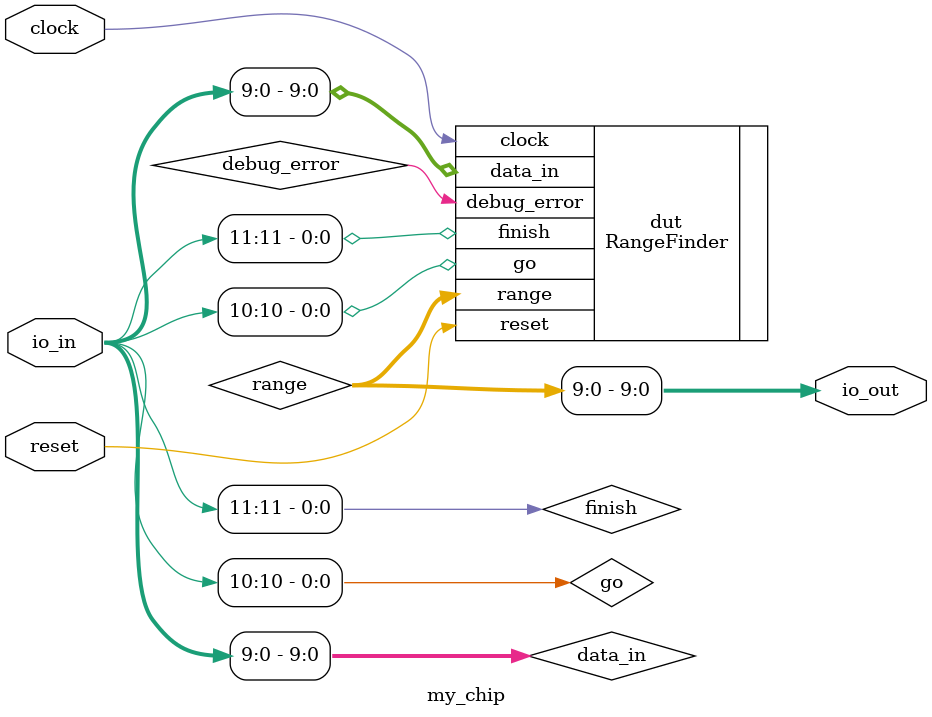
<source format=sv>
`default_nettype none

module my_chip (
    input logic [11:0] io_in, // Inputs to your chip
    output logic [11:0] io_out, // Outputs from your chip
    input logic clock,
    input logic reset // Important: Reset is ACTIVE-HIGH
);
    
    // Basic counter design as an example
    logic [9:0] data_in;
    logic go, finish;
    logic [9:0] range;
    logic debug_error;

    RangeFinder #(10) dut (.data_in, .clock, .reset, .go, .finish, .range, .debug_error);

    assign io_in[9:0] = data_in;
    assign io_out[9:0] = range;
    assign io_out[12] = debug_error;
    assign io_in[10] = go;
    assign io_in[11] = finish;



endmodule

</source>
